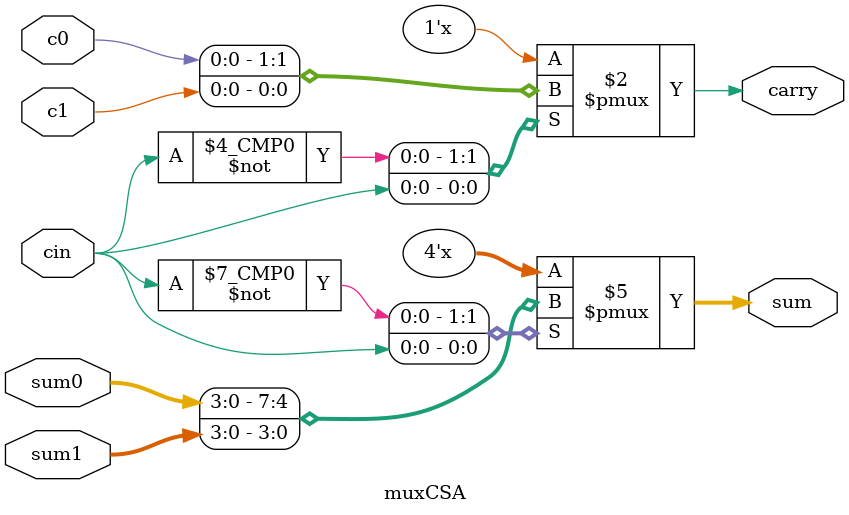
<source format=v>
module muxCSA(output reg [3:0]sum, output reg carry,
input[3:0]sum0,input[3:0]sum1,
input c0,input c1, input cin);
always @(*) begin
    case (cin)
        1'b0: begin
            sum = sum0;
            carry = c0;
        end
        1'b1: begin 
            sum = sum1;
            carry =c1;
        end
        default : begin 
            sum =4'b0000;
            carry =1'b0;
        end 
    endcase 
end

endmodule
</source>
